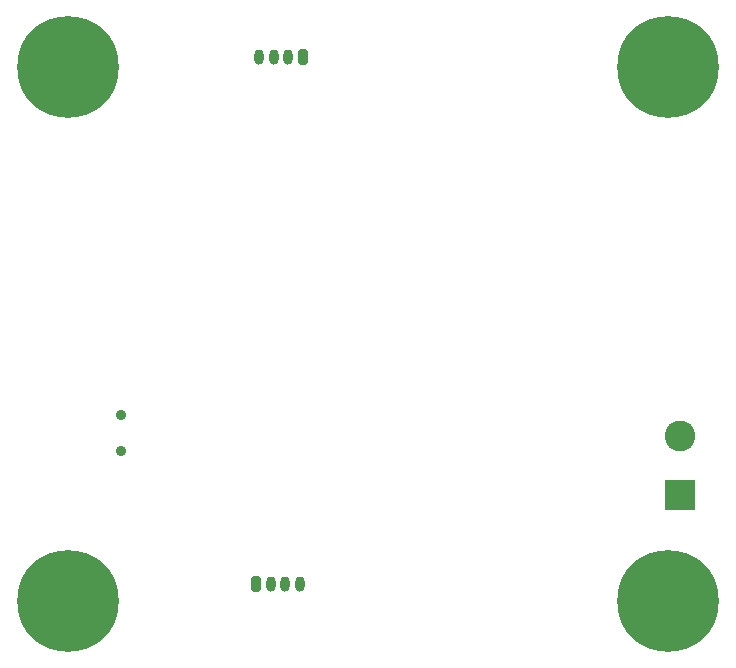
<source format=gbr>
%TF.GenerationSoftware,KiCad,Pcbnew,(6.0.4)*%
%TF.CreationDate,2022-04-20T17:17:18+03:00*%
%TF.ProjectId,STM32F4_Buck_Converter,53544d33-3246-4345-9f42-75636b5f436f,rev?*%
%TF.SameCoordinates,Original*%
%TF.FileFunction,Soldermask,Bot*%
%TF.FilePolarity,Negative*%
%FSLAX46Y46*%
G04 Gerber Fmt 4.6, Leading zero omitted, Abs format (unit mm)*
G04 Created by KiCad (PCBNEW (6.0.4)) date 2022-04-20 17:17:18*
%MOMM*%
%LPD*%
G01*
G04 APERTURE LIST*
G04 Aperture macros list*
%AMRoundRect*
0 Rectangle with rounded corners*
0 $1 Rounding radius*
0 $2 $3 $4 $5 $6 $7 $8 $9 X,Y pos of 4 corners*
0 Add a 4 corners polygon primitive as box body*
4,1,4,$2,$3,$4,$5,$6,$7,$8,$9,$2,$3,0*
0 Add four circle primitives for the rounded corners*
1,1,$1+$1,$2,$3*
1,1,$1+$1,$4,$5*
1,1,$1+$1,$6,$7*
1,1,$1+$1,$8,$9*
0 Add four rect primitives between the rounded corners*
20,1,$1+$1,$2,$3,$4,$5,0*
20,1,$1+$1,$4,$5,$6,$7,0*
20,1,$1+$1,$6,$7,$8,$9,0*
20,1,$1+$1,$8,$9,$2,$3,0*%
G04 Aperture macros list end*
%ADD10C,0.900000*%
%ADD11C,8.600000*%
%ADD12R,2.600000X2.600000*%
%ADD13C,2.600000*%
%ADD14RoundRect,0.200000X0.200000X0.450000X-0.200000X0.450000X-0.200000X-0.450000X0.200000X-0.450000X0*%
%ADD15O,0.800000X1.300000*%
%ADD16RoundRect,0.200000X-0.200000X-0.450000X0.200000X-0.450000X0.200000X0.450000X-0.200000X0.450000X0*%
G04 APERTURE END LIST*
D10*
%TO.C,H4*%
X148750000Y-79725000D03*
X151030419Y-74219581D03*
D11*
X148750000Y-76500000D03*
D10*
X145525000Y-76500000D03*
X151030419Y-78780419D03*
X151975000Y-76500000D03*
X146469581Y-78780419D03*
X148750000Y-73275000D03*
X146469581Y-74219581D03*
%TD*%
D12*
%TO.C,J1*%
X149805000Y-112750000D03*
D13*
X149805000Y-107750000D03*
%TD*%
D14*
%TO.C,J3*%
X117875000Y-75700000D03*
D15*
X116625000Y-75700000D03*
X115375000Y-75700000D03*
X114125000Y-75700000D03*
%TD*%
D10*
%TO.C,SW1*%
X102420000Y-106000000D03*
X102420000Y-109000000D03*
%TD*%
%TO.C,H3*%
X146469581Y-119469581D03*
D11*
X148750000Y-121750000D03*
D10*
X145525000Y-121750000D03*
X146469581Y-124030419D03*
X151975000Y-121750000D03*
X148750000Y-124975000D03*
X148750000Y-118525000D03*
X151030419Y-119469581D03*
X151030419Y-124030419D03*
%TD*%
D16*
%TO.C,J4*%
X113875000Y-120300000D03*
D15*
X115125000Y-120300000D03*
X116375000Y-120300000D03*
X117625000Y-120300000D03*
%TD*%
D10*
%TO.C,H2*%
X101225000Y-76500000D03*
X100280419Y-74219581D03*
X94775000Y-76500000D03*
X95719581Y-78780419D03*
X100280419Y-78780419D03*
X98000000Y-73275000D03*
D11*
X98000000Y-76500000D03*
D10*
X98000000Y-79725000D03*
X95719581Y-74219581D03*
%TD*%
%TO.C,H1*%
X101225000Y-121750000D03*
X98000000Y-124975000D03*
X100280419Y-119469581D03*
X98000000Y-118525000D03*
X100280419Y-124030419D03*
D11*
X98000000Y-121750000D03*
D10*
X95719581Y-124030419D03*
X95719581Y-119469581D03*
X94775000Y-121750000D03*
%TD*%
M02*

</source>
